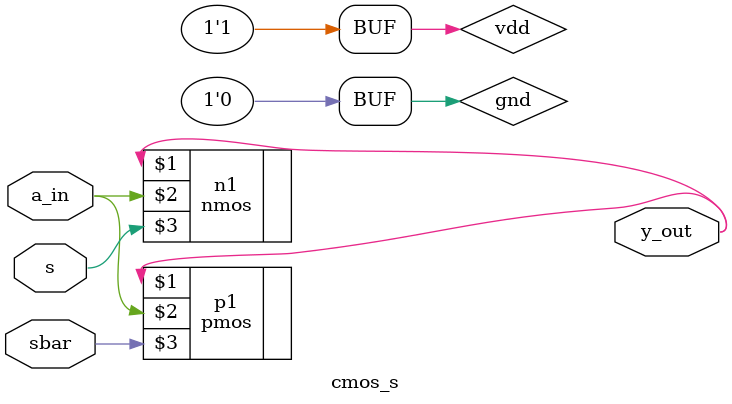
<source format=v>
`timescale 1ns / 1ps

module cmos_s(
    output y_out,
    input a_in,
    input s,
    input sbar
    );
    
    supply1 vdd;
    supply0 gnd;
    
    pmos p1(y_out, a_in, sbar);
    nmos n1(y_out, a_in, s);
endmodule

</source>
